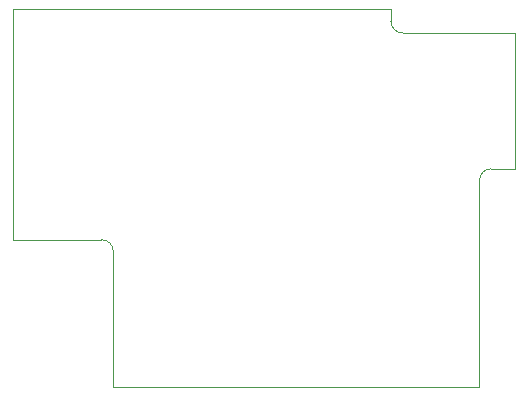
<source format=gbr>
%TF.GenerationSoftware,KiCad,Pcbnew,6.0.2+dfsg-1*%
%TF.CreationDate,2023-01-26T19:30:16+01:00*%
%TF.ProjectId,SK25,534b3235-2e6b-4696-9361-645f70636258,rev?*%
%TF.SameCoordinates,Original*%
%TF.FileFunction,Profile,NP*%
%FSLAX46Y46*%
G04 Gerber Fmt 4.6, Leading zero omitted, Abs format (unit mm)*
G04 Created by KiCad (PCBNEW 6.0.2+dfsg-1) date 2023-01-26 19:30:16*
%MOMM*%
%LPD*%
G01*
G04 APERTURE LIST*
%TA.AperFunction,Profile*%
%ADD10C,0.050000*%
%TD*%
G04 APERTURE END LIST*
D10*
X141500000Y-111500000D02*
X172500000Y-111500000D01*
X141500000Y-100000000D02*
G75*
G03*
X140500000Y-99000000I-999999J1D01*
G01*
X173500000Y-93000000D02*
G75*
G03*
X172500000Y-94000000I-1J-999999D01*
G01*
X141500000Y-100000000D02*
X141500000Y-111500000D01*
X133000000Y-99000000D02*
X133000000Y-79502000D01*
X175500000Y-93000000D02*
X173500000Y-93000000D01*
X172500000Y-111500000D02*
X172500000Y-94000000D01*
X165000000Y-80500000D02*
G75*
G03*
X166000000Y-81500000I999999J-1D01*
G01*
X165000000Y-80500000D02*
X165000000Y-79502000D01*
X175500000Y-81500000D02*
X166000000Y-81500000D01*
X140500000Y-99000000D02*
X133000000Y-99000000D01*
X175500000Y-93000000D02*
X175500000Y-81500000D01*
X165000000Y-79502000D02*
X133000000Y-79502000D01*
M02*

</source>
